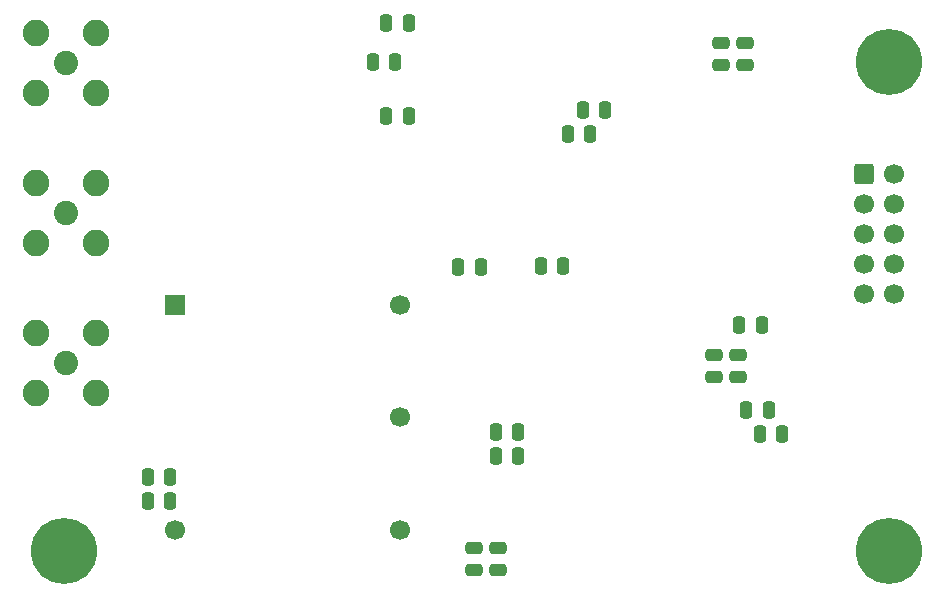
<source format=gbr>
%TF.GenerationSoftware,KiCad,Pcbnew,8.0.0*%
%TF.CreationDate,2024-03-08T18:23:45+01:00*%
%TF.ProjectId,33120a,33333132-3061-42e6-9b69-6361645f7063,rev?*%
%TF.SameCoordinates,Original*%
%TF.FileFunction,Soldermask,Bot*%
%TF.FilePolarity,Negative*%
%FSLAX46Y46*%
G04 Gerber Fmt 4.6, Leading zero omitted, Abs format (unit mm)*
G04 Created by KiCad (PCBNEW 8.0.0) date 2024-03-08 18:23:45*
%MOMM*%
%LPD*%
G01*
G04 APERTURE LIST*
G04 Aperture macros list*
%AMRoundRect*
0 Rectangle with rounded corners*
0 $1 Rounding radius*
0 $2 $3 $4 $5 $6 $7 $8 $9 X,Y pos of 4 corners*
0 Add a 4 corners polygon primitive as box body*
4,1,4,$2,$3,$4,$5,$6,$7,$8,$9,$2,$3,0*
0 Add four circle primitives for the rounded corners*
1,1,$1+$1,$2,$3*
1,1,$1+$1,$4,$5*
1,1,$1+$1,$6,$7*
1,1,$1+$1,$8,$9*
0 Add four rect primitives between the rounded corners*
20,1,$1+$1,$2,$3,$4,$5,0*
20,1,$1+$1,$4,$5,$6,$7,0*
20,1,$1+$1,$6,$7,$8,$9,0*
20,1,$1+$1,$8,$9,$2,$3,0*%
G04 Aperture macros list end*
%ADD10C,2.050000*%
%ADD11C,2.250000*%
%ADD12RoundRect,0.250000X0.250000X0.475000X-0.250000X0.475000X-0.250000X-0.475000X0.250000X-0.475000X0*%
%ADD13C,3.600000*%
%ADD14C,5.600000*%
%ADD15R,1.700000X1.700000*%
%ADD16C,1.700000*%
%ADD17RoundRect,0.250000X-0.600000X-0.600000X0.600000X-0.600000X0.600000X0.600000X-0.600000X0.600000X0*%
%ADD18RoundRect,0.250000X-0.250000X-0.475000X0.250000X-0.475000X0.250000X0.475000X-0.250000X0.475000X0*%
%ADD19RoundRect,0.250000X-0.475000X0.250000X-0.475000X-0.250000X0.475000X-0.250000X0.475000X0.250000X0*%
%ADD20RoundRect,0.250000X0.475000X-0.250000X0.475000X0.250000X-0.475000X0.250000X-0.475000X-0.250000X0*%
G04 APERTURE END LIST*
D10*
%TO.C,J2*%
X96520000Y-99060000D03*
D11*
X93980000Y-96520000D03*
X93980000Y-101600000D03*
X99060000Y-96520000D03*
X99060000Y-101600000D03*
%TD*%
D12*
%TO.C,C110*%
X155450000Y-108500000D03*
X153550000Y-108500000D03*
%TD*%
D13*
%TO.C,H2*%
X166243000Y-86233000D03*
D14*
X166243000Y-86233000D03*
%TD*%
D10*
%TO.C,J1*%
X96520000Y-86360000D03*
D11*
X93980000Y-83820000D03*
X93980000Y-88900000D03*
X99060000Y-83820000D03*
X99060000Y-88900000D03*
%TD*%
D13*
%TO.C,H1*%
X166243000Y-127635000D03*
D14*
X166243000Y-127635000D03*
%TD*%
D13*
%TO.C,H3*%
X96393000Y-127635000D03*
D14*
X96393000Y-127635000D03*
%TD*%
D15*
%TO.C,U110*%
X105791000Y-106807000D03*
D16*
X105791000Y-125857000D03*
X124841000Y-125857000D03*
X124841000Y-116332000D03*
X124841000Y-106807000D03*
%TD*%
D17*
%TO.C,CBL1*%
X164084000Y-95758000D03*
D16*
X166624000Y-95758000D03*
X164084000Y-98298000D03*
X166624000Y-98298000D03*
X164084000Y-100838000D03*
X166624000Y-100838000D03*
X164084000Y-103378000D03*
X166624000Y-103378000D03*
X164084000Y-105918000D03*
X166624000Y-105918000D03*
%TD*%
D10*
%TO.C,P2*%
X96520000Y-111760000D03*
D11*
X93980000Y-109220000D03*
X93980000Y-114300000D03*
X99060000Y-109220000D03*
X99060000Y-114300000D03*
%TD*%
D12*
%TO.C,C129*%
X134808000Y-119634000D03*
X132908000Y-119634000D03*
%TD*%
D18*
%TO.C,C131*%
X154117000Y-115697000D03*
X156017000Y-115697000D03*
%TD*%
D19*
%TO.C,C130*%
X152019000Y-84648000D03*
X152019000Y-86548000D03*
%TD*%
D12*
%TO.C,C115*%
X142174000Y-90297000D03*
X140274000Y-90297000D03*
%TD*%
D18*
%TO.C,C124*%
X155260000Y-117729000D03*
X157160000Y-117729000D03*
%TD*%
%TO.C,C120*%
X123637000Y-90805000D03*
X125537000Y-90805000D03*
%TD*%
%TO.C,C134*%
X136718000Y-103505000D03*
X138618000Y-103505000D03*
%TD*%
D12*
%TO.C,C136*%
X105344000Y-121412000D03*
X103444000Y-121412000D03*
%TD*%
D20*
%TO.C,C132*%
X151384000Y-112964000D03*
X151384000Y-111064000D03*
%TD*%
D12*
%TO.C,C119*%
X125537000Y-82931000D03*
X123637000Y-82931000D03*
%TD*%
%TO.C,C137*%
X105344000Y-123444000D03*
X103444000Y-123444000D03*
%TD*%
D18*
%TO.C,C118*%
X122494000Y-86233000D03*
X124394000Y-86233000D03*
%TD*%
D19*
%TO.C,C126*%
X133096000Y-127381000D03*
X133096000Y-129281000D03*
%TD*%
%TO.C,C117*%
X154051000Y-84648000D03*
X154051000Y-86548000D03*
%TD*%
D12*
%TO.C,C133*%
X131633000Y-103632000D03*
X129733000Y-103632000D03*
%TD*%
%TO.C,C128*%
X140904000Y-92329000D03*
X139004000Y-92329000D03*
%TD*%
D20*
%TO.C,C125*%
X153416000Y-112964000D03*
X153416000Y-111064000D03*
%TD*%
D19*
%TO.C,C135*%
X131064000Y-127381000D03*
X131064000Y-129281000D03*
%TD*%
D12*
%TO.C,C116*%
X134808000Y-117602000D03*
X132908000Y-117602000D03*
%TD*%
M02*

</source>
